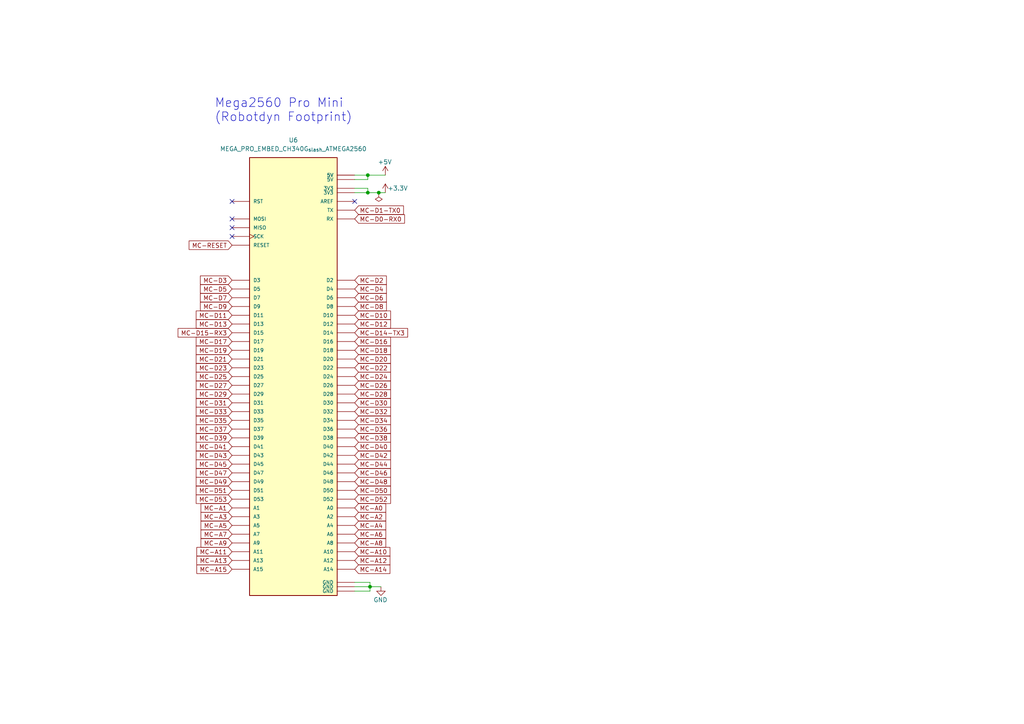
<source format=kicad_sch>
(kicad_sch (version 20231120) (generator "eeschema") (generator_version "8.0")
  (paper "A4")
  (title_block (title "Closed Deck X4") (date "2024-04-25") (rev "A") (company "OpenLogicEFI") (comment 1 "openlogicefi.com"))
  (lib_symbols
    (symbol "Arduino_Mega_Pro_2560:MEGA_PRO_EMBED_CH340G_/_ATMEGA2560" (pin_numbers hide) (pin_names (offset 1.016))
      (property "Reference" "U6" (at 0 68.58 0))
      (property "Value" "MEGA_PRO_EMBED_CH340G_{slash}_ATMEGA2560" (at 0 66.04 0))
      (symbol "MEGA_PRO_EMBED_CH340G_/_ATMEGA2560_0_0"
        (rectangle (start -12.7 -63.5) (end 12.7 63.5) (stroke (width 0.254)) (fill (type background)))
        (pin power_in line (at 17.78 53.34 180) (length 5.08) (name "3V3") (number "3V3_1"))
        (pin power_in line (at 17.78 54.61 180) (length 5.08) (name "3V3") (number "3V3_2"))
        (pin power_in line (at 17.78 57.15 180) (length 5.08) (name "5V") (number "5V_1"))
        (pin power_in line (at 17.78 58.42 180) (length 5.08) (name "5V") (number "5V_2"))
        (pin power_in line (at 17.78 58.42 180) (length 5.08) (name "5V") (number "5V_3"))
        (pin bidirectional line (at 17.78 -38.1 180) (length 5.08) (name "A0") (number "A0"))
        (pin bidirectional line (at -17.78 -38.1 0) (length 5.08) (name "A1") (number "A1"))
        (pin bidirectional line (at 17.78 -50.8 180) (length 5.08) (name "A10") (number "A10"))
        (pin bidirectional line (at -17.78 -50.8 0) (length 5.08) (name "A11") (number "A11"))
        (pin bidirectional line (at 17.78 -53.34 180) (length 5.08) (name "A12") (number "A12"))
        (pin bidirectional line (at -17.78 -53.34 0) (length 5.08) (name "A13") (number "A13"))
        (pin bidirectional line (at 17.78 -55.88 180) (length 5.08) (name "A14") (number "A14"))
        (pin bidirectional line (at -17.78 -55.88 0) (length 5.08) (name "A15") (number "A15"))
        (pin bidirectional line (at 17.78 -40.64 180) (length 5.08) (name "A2") (number "A2"))
        (pin bidirectional line (at -17.78 -40.64 0) (length 5.08) (name "A3") (number "A3"))
        (pin bidirectional line (at 17.78 -43.18 180) (length 5.08) (name "A4") (number "A4"))
        (pin bidirectional line (at -17.78 -43.18 0) (length 5.08) (name "A5") (number "A5"))
        (pin bidirectional line (at 17.78 -45.72 180) (length 5.08) (name "A6") (number "A6"))
        (pin bidirectional line (at -17.78 -45.72 0) (length 5.08) (name "A7") (number "A7"))
        (pin bidirectional line (at 17.78 -48.26 180) (length 5.08) (name "A8") (number "A8"))
        (pin bidirectional line (at -17.78 -48.26 0) (length 5.08) (name "A9") (number "A9"))
        (pin bidirectional line (at 17.78 50.8 180) (length 5.08) (name "AREF") (number "AREF"))
        (pin bidirectional line (at 17.78 17.78 180) (length 5.08) (name "D10") (number "D10"))
        (pin bidirectional line (at -17.78 17.78 0) (length 5.08) (name "D11") (number "D11"))
        (pin bidirectional line (at 17.78 15.24 180) (length 5.08) (name "D12") (number "D12"))
        (pin bidirectional line (at -17.78 15.24 0) (length 5.08) (name "D13") (number "D13"))
        (pin bidirectional line (at 17.78 12.7 180) (length 5.08) (name "D14") (number "D14"))
        (pin bidirectional line (at -17.78 12.7 0) (length 5.08) (name "D15") (number "D15"))
        (pin bidirectional line (at 17.78 10.16 180) (length 5.08) (name "D16") (number "D16"))
        (pin bidirectional line (at -17.78 10.16 0) (length 5.08) (name "D17") (number "D17"))
        (pin bidirectional line (at 17.78 7.62 180) (length 5.08) (name "D18") (number "D18"))
        (pin bidirectional line (at -17.78 7.62 0) (length 5.08) (name "D19") (number "D19"))
        (pin bidirectional line (at 17.78 27.94 180) (length 5.08) (name "D2") (number "D2"))
        (pin bidirectional line (at 17.78 5.08 180) (length 5.08) (name "D20") (number "D20"))
        (pin bidirectional line (at -17.78 5.08 0) (length 5.08) (name "D21") (number "D21"))
        (pin bidirectional line (at 17.78 2.54 180) (length 5.08) (name "D22") (number "D22"))
        (pin bidirectional line (at -17.78 2.54 0) (length 5.08) (name "D23") (number "D23"))
        (pin bidirectional line (at 17.78 0 180) (length 5.08) (name "D24") (number "D24"))
        (pin bidirectional line (at -17.78 0 0) (length 5.08) (name "D25") (number "D25"))
        (pin bidirectional line (at 17.78 -2.54 180) (length 5.08) (name "D26") (number "D26"))
        (pin bidirectional line (at -17.78 -2.54 0) (length 5.08) (name "D27") (number "D27"))
        (pin bidirectional line (at 17.78 -5.08 180) (length 5.08) (name "D28") (number "D28"))
        (pin bidirectional line (at -17.78 -5.08 0) (length 5.08) (name "D29") (number "D29"))
        (pin bidirectional line (at -17.78 27.94 0) (length 5.08) (name "D3") (number "D3"))
        (pin bidirectional line (at 17.78 -7.62 180) (length 5.08) (name "D30") (number "D30"))
        (pin bidirectional line (at -17.78 -7.62 0) (length 5.08) (name "D31") (number "D31"))
        (pin bidirectional line (at 17.78 -10.16 180) (length 5.08) (name "D32") (number "D32"))
        (pin bidirectional line (at -17.78 -10.16 0) (length 5.08) (name "D33") (number "D33"))
        (pin bidirectional line (at 17.78 -12.7 180) (length 5.08) (name "D34") (number "D34"))
        (pin bidirectional line (at -17.78 -12.7 0) (length 5.08) (name "D35") (number "D35"))
        (pin bidirectional line (at 17.78 -15.24 180) (length 5.08) (name "D36") (number "D36"))
        (pin bidirectional line (at -17.78 -15.24 0) (length 5.08) (name "D37") (number "D37"))
        (pin bidirectional line (at 17.78 -17.78 180) (length 5.08) (name "D38") (number "D38"))
        (pin bidirectional line (at -17.78 -17.78 0) (length 5.08) (name "D39") (number "D39"))
        (pin bidirectional line (at 17.78 25.4 180) (length 5.08) (name "D4") (number "D4"))
        (pin bidirectional line (at 17.78 -20.32 180) (length 5.08) (name "D40") (number "D40"))
        (pin bidirectional line (at -17.78 -20.32 0) (length 5.08) (name "D41") (number "D41"))
        (pin bidirectional line (at 17.78 -22.86 180) (length 5.08) (name "D42") (number "D42"))
        (pin bidirectional line (at -17.78 -22.86 0) (length 5.08) (name "D43") (number "D43"))
        (pin bidirectional line (at 17.78 -25.4 180) (length 5.08) (name "D44") (number "D44"))
        (pin bidirectional line (at -17.78 -25.4 0) (length 5.08) (name "D45") (number "D45"))
        (pin bidirectional line (at 17.78 -27.94 180) (length 5.08) (name "D46") (number "D46"))
        (pin bidirectional line (at -17.78 -27.94 0) (length 5.08) (name "D47") (number "D47"))
        (pin bidirectional line (at 17.78 -30.48 180) (length 5.08) (name "D48") (number "D48"))
        (pin bidirectional line (at -17.78 -30.48 0) (length 5.08) (name "D49") (number "D49"))
        (pin bidirectional line (at -17.78 25.4 0) (length 5.08) (name "D5") (number "D5"))
        (pin bidirectional line (at 17.78 -33.02 180) (length 5.08) (name "D50") (number "D50"))
        (pin bidirectional line (at -17.78 -33.02 0) (length 5.08) (name "D51") (number "D51"))
        (pin bidirectional line (at 17.78 -35.56 180) (length 5.08) (name "D52") (number "D52"))
        (pin bidirectional line (at -17.78 -35.56 0) (length 5.08) (name "D53") (number "D53"))
        (pin bidirectional line (at 17.78 22.86 180) (length 5.08) (name "D6") (number "D6"))
        (pin bidirectional line (at -17.78 22.86 0) (length 5.08) (name "D7") (number "D7"))
        (pin bidirectional line (at 17.78 20.32 180) (length 5.08) (name "D8") (number "D8"))
        (pin bidirectional line (at -17.78 20.32 0) (length 5.08) (name "D9") (number "D9"))
        (pin power_in line (at 17.78 -59.69 180) (length 5.08) (name "GND") (number "GND_1"))
        (pin power_in line (at 17.78 -62.23 180) (length 5.08) (name "GND") (number "GND_2"))
        (pin power_in line (at 17.78 -60.96 180) (length 5.08) (name "GND") (number "GND_3"))
        (pin bidirectional line (at -17.78 43.18 0) (length 5.08) (name "MISO") (number "MISO"))
        (pin bidirectional line (at -17.78 45.72 0) (length 5.08) (name "MOSI") (number "MOSI"))
        (pin input line (at -17.78 38.1 0) (length 5.08) (name "RESET") (number "RESET"))
        (pin input line (at -17.78 50.8 0) (length 5.08) (name "RST") (number "RST"))
        (pin input line (at 17.78 45.72 180) (length 5.08) (name "RX") (number "RX"))
        (pin bidirectional clock (at -17.78 40.64 0) (length 5.08) (name "SCK") (number "SCK"))
        (pin output line (at 17.78 48.26 180) (length 5.08) (name "TX") (number "TX"))
      )
    )
    (symbol "power:+3.3V" (power) (pin_names (offset 0))
      (property "Value" "+3.3V" (at 0 3.556 0))
      (symbol "+3.3V_0_1"
        (polyline (pts (xy -0.762 1.27) (xy 0 2.54)))
        (polyline (pts (xy 0 0) (xy 0 2.54)))
        (polyline (pts (xy 0 2.54) (xy 0.762 1.27)))
      )
      (symbol "+3.3V_1_1"
        (pin power_in line (at 0 0 90) (length 0) hide (name "+3.3V") (number "1"))
      )
    )
    (symbol "power:+5V" (power) (pin_names (offset 0))
      (property "Value" "+5V" (at 0 3.556 0))
      (symbol "+5V_0_1"
        (polyline (pts (xy -0.762 1.27) (xy 0 2.54)))
        (polyline (pts (xy 0 0) (xy 0 2.54)))
        (polyline (pts (xy 0 2.54) (xy 0.762 1.27)))
      )
      (symbol "+5V_1_1"
        (pin power_in line (at 0 0 90) (length 0) hide (name "+5V") (number "1"))
      )
    )
    (symbol "power:GND" (power) (pin_names (offset 0))
      (property "Value" "GND" (at 0 -3.81 0))
      (symbol "GND_0_1"
        (polyline (pts (xy 0 0) (xy 0 -1.27) (xy 1.27 -1.27) (xy 0 -2.54) (xy -1.27 -1.27) (xy 0 -1.27)))
      )
      (symbol "GND_1_1"
        (pin power_in line (at 0 0 270) (length 0) hide (name "GND") (number "1"))
      )
    )
    (symbol "power:PWR_FLAG" (power) (pin_numbers hide) (pin_names (offset 0) hide)
      (property "Value" "PWR_FLAG" (at 0 3.81 0))
      (symbol "PWR_FLAG_0_0"
        (pin power_out line (at 0 0 90) (length 0) (name "pwr") (number "1"))
      )
      (symbol "PWR_FLAG_0_1"
        (polyline (pts (xy 0 0) (xy 0 1.27) (xy -1.016 1.905) (xy 0 2.54) (xy 1.016 1.905) (xy 0 1.27)))
      )
    )
  )
  (junction (at 106.68 55.88))
  (junction (at 106.68 50.8))
  (junction (at 109.855 55.88))
  (junction (at 107.315 170.18))
  (no_connect (at 67.31 68.58))
  (no_connect (at 67.31 66.04))
  (no_connect (at 67.31 63.5))
  (no_connect (at 102.87 58.42))
  (no_connect (at 67.31 58.42))
  (wire (pts (xy 102.87 54.61) (xy 106.68 54.61)))
  (wire (pts (xy 106.68 52.07) (xy 106.68 50.8)))
  (wire (pts (xy 107.315 168.91) (xy 107.315 170.18)))
  (wire (pts (xy 102.87 171.45) (xy 107.315 171.45)))
  (wire (pts (xy 106.68 50.8) (xy 111.76 50.8)))
  (wire (pts (xy 109.855 55.88) (xy 111.76 55.88)))
  (wire (pts (xy 106.68 54.61) (xy 106.68 55.88)))
  (wire (pts (xy 102.87 52.07) (xy 106.68 52.07)))
  (wire (pts (xy 102.87 55.88) (xy 106.68 55.88)))
  (wire (pts (xy 102.87 50.8) (xy 106.68 50.8)))
  (wire (pts (xy 102.87 170.18) (xy 107.315 170.18)))
  (wire (pts (xy 107.315 171.45) (xy 107.315 170.18)))
  (wire (pts (xy 107.315 170.18) (xy 110.49 170.18)))
  (wire (pts (xy 106.68 55.88) (xy 109.855 55.88)))
  (wire (pts (xy 102.87 168.91) (xy 107.315 168.91)))
  (text "Mega2560 Pro Mini\n(Robotdyn Footprint)" (at 62.23 35.56 0) (effects (font (size 2.54 2.54)) (justify left bottom)))
  (global_label "MC-D39" (shape input) (at 67.31 127 180) (property "Intersheetrefs" "${INTERSHEET_REFS}" (effects (hide yes))))
  (global_label "MC-D5" (shape input) (at 67.31 83.82 180) (property "Intersheetrefs" "${INTERSHEET_REFS}" (effects (hide yes))))
  (global_label "MC-D19" (shape input) (at 67.31 101.6 180) (property "Intersheetrefs" "${INTERSHEET_REFS}" (effects (hide yes))))
  (global_label "MC-D44" (shape input) (at 102.87 134.62 0) (property "Intersheetrefs" "${INTERSHEET_REFS}" (effects (hide yes))))
  (global_label "MC-D2" (shape input) (at 102.87 81.28 0) (property "Intersheetrefs" "${INTERSHEET_REFS}" (effects (hide yes))))
  (global_label "MC-D11" (shape input) (at 67.31 91.44 180) (property "Intersheetrefs" "${INTERSHEET_REFS}" (effects (hide yes))))
  (global_label "MC-A11" (shape input) (at 67.31 160.02 180) (property "Intersheetrefs" "${INTERSHEET_REFS}" (effects (hide yes))))
  (global_label "MC-D8" (shape input) (at 102.87 88.9 0) (property "Intersheetrefs" "${INTERSHEET_REFS}" (effects (hide yes))))
  (global_label "MC-D1-TX0" (shape input) (at 102.87 60.96 0) (property "Intersheetrefs" "${INTERSHEET_REFS}" (effects (hide yes))))
  (global_label "MC-D0-RX0" (shape input) (at 102.87 63.5 0) (property "Intersheetrefs" "${INTERSHEET_REFS}" (effects (hide yes))))
  (global_label "MC-A7" (shape input) (at 67.31 154.94 180) (property "Intersheetrefs" "${INTERSHEET_REFS}" (effects (hide yes))))
  (global_label "MC-D17" (shape input) (at 67.31 99.06 180) (property "Intersheetrefs" "${INTERSHEET_REFS}" (effects (hide yes))))
  (global_label "MC-D10" (shape input) (at 102.87 91.44 0) (property "Intersheetrefs" "${INTERSHEET_REFS}" (effects (hide yes))))
  (global_label "MC-A10" (shape input) (at 102.87 160.02 0) (property "Intersheetrefs" "${INTERSHEET_REFS}" (effects (hide yes))))
  (global_label "MC-D42" (shape input) (at 102.87 132.08 0) (property "Intersheetrefs" "${INTERSHEET_REFS}" (effects (hide yes))))
  (global_label "MC-D50" (shape input) (at 102.87 142.24 0) (property "Intersheetrefs" "${INTERSHEET_REFS}" (effects (hide yes))))
  (global_label "MC-D48" (shape input) (at 102.87 139.7 0) (property "Intersheetrefs" "${INTERSHEET_REFS}" (effects (hide yes))))
  (global_label "MC-D23" (shape input) (at 67.31 106.68 180) (property "Intersheetrefs" "${INTERSHEET_REFS}" (effects (hide yes))))
  (global_label "MC-D46" (shape input) (at 102.87 137.16 0) (property "Intersheetrefs" "${INTERSHEET_REFS}" (effects (hide yes))))
  (global_label "MC-A14" (shape input) (at 102.87 165.1 0) (property "Intersheetrefs" "${INTERSHEET_REFS}" (effects (hide yes))))
  (global_label "MC-D33" (shape input) (at 67.31 119.38 180) (property "Intersheetrefs" "${INTERSHEET_REFS}" (effects (hide yes))))
  (global_label "MC-D49" (shape input) (at 67.31 139.7 180) (property "Intersheetrefs" "${INTERSHEET_REFS}" (effects (hide yes))))
  (global_label "MC-D20" (shape input) (at 102.87 104.14 0) (property "Intersheetrefs" "${INTERSHEET_REFS}" (effects (hide yes))))
  (global_label "MC-D6" (shape input) (at 102.87 86.36 0) (property "Intersheetrefs" "${INTERSHEET_REFS}" (effects (hide yes))))
  (global_label "MC-D9" (shape input) (at 67.31 88.9 180) (property "Intersheetrefs" "${INTERSHEET_REFS}" (effects (hide yes))))
  (global_label "MC-D36" (shape input) (at 102.87 124.46 0) (property "Intersheetrefs" "${INTERSHEET_REFS}" (effects (hide yes))))
  (global_label "MC-A9" (shape input) (at 67.31 157.48 180) (property "Intersheetrefs" "${INTERSHEET_REFS}" (effects (hide yes))))
  (global_label "MC-A15" (shape input) (at 67.31 165.1 180) (property "Intersheetrefs" "${INTERSHEET_REFS}" (effects (hide yes))))
  (global_label "MC-D7" (shape input) (at 67.31 86.36 180) (property "Intersheetrefs" "${INTERSHEET_REFS}" (effects (hide yes))))
  (global_label "MC-D29" (shape input) (at 67.31 114.3 180) (property "Intersheetrefs" "${INTERSHEET_REFS}" (effects (hide yes))))
  (global_label "MC-D40" (shape input) (at 102.87 129.54 0) (property "Intersheetrefs" "${INTERSHEET_REFS}" (effects (hide yes))))
  (global_label "MC-A4" (shape input) (at 102.87 152.4 0) (property "Intersheetrefs" "${INTERSHEET_REFS}" (effects (hide yes))))
  (global_label "MC-A0" (shape input) (at 102.87 147.32 0) (property "Intersheetrefs" "${INTERSHEET_REFS}" (effects (hide yes))))
  (global_label "MC-A12" (shape input) (at 102.87 162.56 0) (property "Intersheetrefs" "${INTERSHEET_REFS}" (effects (hide yes))))
  (global_label "MC-A8" (shape input) (at 102.87 157.48 0) (property "Intersheetrefs" "${INTERSHEET_REFS}" (effects (hide yes))))
  (global_label "MC-D51" (shape input) (at 67.31 142.24 180) (property "Intersheetrefs" "${INTERSHEET_REFS}" (effects (hide yes))))
  (global_label "MC-D31" (shape input) (at 67.31 116.84 180) (property "Intersheetrefs" "${INTERSHEET_REFS}" (effects (hide yes))))
  (global_label "MC-A5" (shape input) (at 67.31 152.4 180) (property "Intersheetrefs" "${INTERSHEET_REFS}" (effects (hide yes))))
  (global_label "MC-D12" (shape input) (at 102.87 93.98 0) (property "Intersheetrefs" "${INTERSHEET_REFS}" (effects (hide yes))))
  (global_label "MC-D52" (shape input) (at 102.87 144.78 0) (property "Intersheetrefs" "${INTERSHEET_REFS}" (effects (hide yes))))
  (global_label "MC-D47" (shape input) (at 67.31 137.16 180) (property "Intersheetrefs" "${INTERSHEET_REFS}" (effects (hide yes))))
  (global_label "MC-D30" (shape input) (at 102.87 116.84 0) (property "Intersheetrefs" "${INTERSHEET_REFS}" (effects (hide yes))))
  (global_label "MC-A1" (shape input) (at 67.31 147.32 180) (property "Intersheetrefs" "${INTERSHEET_REFS}" (effects (hide yes))))
  (global_label "MC-D34" (shape input) (at 102.87 121.92 0) (property "Intersheetrefs" "${INTERSHEET_REFS}" (effects (hide yes))))
  (global_label "MC-D14-TX3" (shape input) (at 102.87 96.52 0) (property "Intersheetrefs" "${INTERSHEET_REFS}" (effects (hide yes))))
  (global_label "MC-D32" (shape input) (at 102.87 119.38 0) (property "Intersheetrefs" "${INTERSHEET_REFS}" (effects (hide yes))))
  (global_label "MC-D18" (shape input) (at 102.87 101.6 0) (property "Intersheetrefs" "${INTERSHEET_REFS}" (effects (hide yes))))
  (global_label "MC-D16" (shape input) (at 102.87 99.06 0) (property "Intersheetrefs" "${INTERSHEET_REFS}" (effects (hide yes))))
  (global_label "MC-D21" (shape input) (at 67.31 104.14 180) (property "Intersheetrefs" "${INTERSHEET_REFS}" (effects (hide yes))))
  (global_label "MC-D26" (shape input) (at 102.87 111.76 0) (property "Intersheetrefs" "${INTERSHEET_REFS}" (effects (hide yes))))
  (global_label "MC-D43" (shape input) (at 67.31 132.08 180) (property "Intersheetrefs" "${INTERSHEET_REFS}" (effects (hide yes))))
  (global_label "MC-D13" (shape input) (at 67.31 93.98 180) (property "Intersheetrefs" "${INTERSHEET_REFS}" (effects (hide yes))))
  (global_label "MC-D28" (shape input) (at 102.87 114.3 0) (property "Intersheetrefs" "${INTERSHEET_REFS}" (effects (hide yes))))
  (global_label "MC-RESET" (shape input) (at 67.31 71.12 180) (property "Intersheetrefs" "${INTERSHEET_REFS}" (effects (hide yes))))
  (global_label "MC-D4" (shape input) (at 102.87 83.82 0) (property "Intersheetrefs" "${INTERSHEET_REFS}" (effects (hide yes))))
  (global_label "MC-D35" (shape input) (at 67.31 121.92 180) (property "Intersheetrefs" "${INTERSHEET_REFS}" (effects (hide yes))))
  (global_label "MC-D53" (shape input) (at 67.31 144.78 180) (property "Intersheetrefs" "${INTERSHEET_REFS}" (effects (hide yes))))
  (global_label "MC-D37" (shape input) (at 67.31 124.46 180) (property "Intersheetrefs" "${INTERSHEET_REFS}" (effects (hide yes))))
  (global_label "MC-D15-RX3" (shape input) (at 67.31 96.52 180) (property "Intersheetrefs" "${INTERSHEET_REFS}" (effects (hide yes))))
  (global_label "MC-A6" (shape input) (at 102.87 154.94 0) (property "Intersheetrefs" "${INTERSHEET_REFS}" (effects (hide yes))))
  (global_label "MC-D25" (shape input) (at 67.31 109.22 180) (property "Intersheetrefs" "${INTERSHEET_REFS}" (effects (hide yes))))
  (global_label "MC-D45" (shape input) (at 67.31 134.62 180) (property "Intersheetrefs" "${INTERSHEET_REFS}" (effects (hide yes))))
  (global_label "MC-D22" (shape input) (at 102.87 106.68 0) (property "Intersheetrefs" "${INTERSHEET_REFS}" (effects (hide yes))))
  (global_label "MC-D3" (shape input) (at 67.31 81.28 180) (property "Intersheetrefs" "${INTERSHEET_REFS}" (effects (hide yes))))
  (global_label "MC-A2" (shape input) (at 102.87 149.86 0) (property "Intersheetrefs" "${INTERSHEET_REFS}" (effects (hide yes))))
  (global_label "MC-D27" (shape input) (at 67.31 111.76 180) (property "Intersheetrefs" "${INTERSHEET_REFS}" (effects (hide yes))))
  (global_label "MC-D38" (shape input) (at 102.87 127 0) (property "Intersheetrefs" "${INTERSHEET_REFS}" (effects (hide yes))))
  (global_label "MC-D41" (shape input) (at 67.31 129.54 180) (property "Intersheetrefs" "${INTERSHEET_REFS}" (effects (hide yes))))
  (global_label "MC-A3" (shape input) (at 67.31 149.86 180) (property "Intersheetrefs" "${INTERSHEET_REFS}" (effects (hide yes))))
  (global_label "MC-A13" (shape input) (at 67.31 162.56 180) (property "Intersheetrefs" "${INTERSHEET_REFS}" (effects (hide yes))))
  (global_label "MC-D24" (shape input) (at 102.87 109.22 0) (property "Intersheetrefs" "${INTERSHEET_REFS}" (effects (hide yes))))
  (symbol (lib_id "power:+5V") (at 111.76 50.8 0) (unit 1)
    (property "Reference" "#PWR010" (effects (hide yes)))
    (property "Value" "+5V" (at 113.665 46.99 0) (effects (justify right)))
  )
  (symbol (lib_id "Arduino_Mega_Pro_2560:MEGA_PRO_EMBED_CH340G_/_ATMEGA2560") (at 85.09 109.22 0) (unit 1) (exclude_from_sim yes) (in_bom no)
    (property "Reference" "U6" (at 85.09 40.64 0))
    (property "Value" "MEGA_PRO_EMBED_CH340G_{slash}_ATMEGA2560" (at 85.09 43.18 0))
    (property "Footprint" "Detonation:Arduino_Mega_Mini_2560_SmallCrtYd_NoVin" (effects (hide yes)))
  )
  (symbol (lib_id "power:+3.3V") (at 111.76 55.88 0) (unit 1)
    (property "Reference" "#PWR0139" (effects (hide yes)))
    (property "Value" "+3.3V" (at 112.395 54.61 0) (effects (justify left)))
  )
  (symbol (lib_id "power:PWR_FLAG") (at 109.855 55.88 180) (unit 1)
    (property "Reference" "#FLG04" (effects (hide yes)))
    (property "Value" "PWR_FLAG" (effects (hide yes)))
  )
  (symbol (lib_id "power:GND") (at 110.49 170.18 0) (unit 1)
    (property "Reference" "#PWR09" (effects (hide yes)))
    (property "Value" "GND" (at 112.395 173.99 0) (effects (justify right)))
  )
)
</source>
